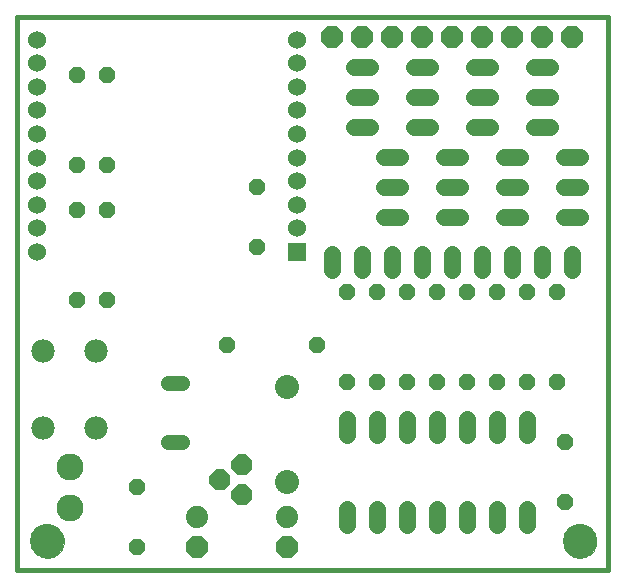
<source format=gts>
G75*
G70*
%OFA0B0*%
%FSLAX24Y24*%
%IPPOS*%
%LPD*%
%AMOC8*
5,1,8,0,0,1.08239X$1,22.5*
%
%ADD10C,0.0160*%
%ADD11C,0.0000*%
%ADD12C,0.1142*%
%ADD13C,0.0560*%
%ADD14OC8,0.0560*%
%ADD15OC8,0.0740*%
%ADD16C,0.0740*%
%ADD17C,0.0516*%
%ADD18OC8,0.0700*%
%ADD19C,0.0800*%
%ADD20C,0.0600*%
%ADD21R,0.0600X0.0600*%
%ADD22C,0.0900*%
%ADD23C,0.0780*%
D10*
X000650Y000650D02*
X020335Y000650D01*
X020335Y019085D01*
X000650Y019085D01*
X000650Y000650D01*
D11*
X001099Y001595D02*
X001101Y001642D01*
X001107Y001688D01*
X001117Y001734D01*
X001130Y001779D01*
X001148Y001822D01*
X001169Y001864D01*
X001193Y001904D01*
X001221Y001941D01*
X001252Y001976D01*
X001286Y002009D01*
X001322Y002038D01*
X001361Y002064D01*
X001402Y002087D01*
X001445Y002106D01*
X001489Y002122D01*
X001534Y002134D01*
X001580Y002142D01*
X001627Y002146D01*
X001673Y002146D01*
X001720Y002142D01*
X001766Y002134D01*
X001811Y002122D01*
X001855Y002106D01*
X001898Y002087D01*
X001939Y002064D01*
X001978Y002038D01*
X002014Y002009D01*
X002048Y001976D01*
X002079Y001941D01*
X002107Y001904D01*
X002131Y001864D01*
X002152Y001822D01*
X002170Y001779D01*
X002183Y001734D01*
X002193Y001688D01*
X002199Y001642D01*
X002201Y001595D01*
X002199Y001548D01*
X002193Y001502D01*
X002183Y001456D01*
X002170Y001411D01*
X002152Y001368D01*
X002131Y001326D01*
X002107Y001286D01*
X002079Y001249D01*
X002048Y001214D01*
X002014Y001181D01*
X001978Y001152D01*
X001939Y001126D01*
X001898Y001103D01*
X001855Y001084D01*
X001811Y001068D01*
X001766Y001056D01*
X001720Y001048D01*
X001673Y001044D01*
X001627Y001044D01*
X001580Y001048D01*
X001534Y001056D01*
X001489Y001068D01*
X001445Y001084D01*
X001402Y001103D01*
X001361Y001126D01*
X001322Y001152D01*
X001286Y001181D01*
X001252Y001214D01*
X001221Y001249D01*
X001193Y001286D01*
X001169Y001326D01*
X001148Y001368D01*
X001130Y001411D01*
X001117Y001456D01*
X001107Y001502D01*
X001101Y001548D01*
X001099Y001595D01*
X018849Y001595D02*
X018851Y001642D01*
X018857Y001688D01*
X018867Y001734D01*
X018880Y001779D01*
X018898Y001822D01*
X018919Y001864D01*
X018943Y001904D01*
X018971Y001941D01*
X019002Y001976D01*
X019036Y002009D01*
X019072Y002038D01*
X019111Y002064D01*
X019152Y002087D01*
X019195Y002106D01*
X019239Y002122D01*
X019284Y002134D01*
X019330Y002142D01*
X019377Y002146D01*
X019423Y002146D01*
X019470Y002142D01*
X019516Y002134D01*
X019561Y002122D01*
X019605Y002106D01*
X019648Y002087D01*
X019689Y002064D01*
X019728Y002038D01*
X019764Y002009D01*
X019798Y001976D01*
X019829Y001941D01*
X019857Y001904D01*
X019881Y001864D01*
X019902Y001822D01*
X019920Y001779D01*
X019933Y001734D01*
X019943Y001688D01*
X019949Y001642D01*
X019951Y001595D01*
X019949Y001548D01*
X019943Y001502D01*
X019933Y001456D01*
X019920Y001411D01*
X019902Y001368D01*
X019881Y001326D01*
X019857Y001286D01*
X019829Y001249D01*
X019798Y001214D01*
X019764Y001181D01*
X019728Y001152D01*
X019689Y001126D01*
X019648Y001103D01*
X019605Y001084D01*
X019561Y001068D01*
X019516Y001056D01*
X019470Y001048D01*
X019423Y001044D01*
X019377Y001044D01*
X019330Y001048D01*
X019284Y001056D01*
X019239Y001068D01*
X019195Y001084D01*
X019152Y001103D01*
X019111Y001126D01*
X019072Y001152D01*
X019036Y001181D01*
X019002Y001214D01*
X018971Y001249D01*
X018943Y001286D01*
X018919Y001326D01*
X018898Y001368D01*
X018880Y001411D01*
X018867Y001456D01*
X018857Y001502D01*
X018851Y001548D01*
X018849Y001595D01*
D12*
X019400Y001595D03*
X001650Y001595D03*
D13*
X011150Y010640D02*
X011150Y011160D01*
X012150Y011160D02*
X012150Y010640D01*
X013150Y010640D02*
X013150Y011160D01*
X014150Y011160D02*
X014150Y010640D01*
X015150Y010640D02*
X015150Y011160D01*
X016150Y011160D02*
X016150Y010640D01*
X017150Y010640D02*
X017150Y011160D01*
X018150Y011160D02*
X018150Y010640D01*
X019150Y010640D02*
X019150Y011160D01*
X019410Y012400D02*
X018890Y012400D01*
X018890Y013400D02*
X019410Y013400D01*
X019410Y014400D02*
X018890Y014400D01*
X018410Y015400D02*
X017890Y015400D01*
X017890Y016400D02*
X018410Y016400D01*
X018410Y017400D02*
X017890Y017400D01*
X016410Y017400D02*
X015890Y017400D01*
X015890Y016400D02*
X016410Y016400D01*
X016410Y015400D02*
X015890Y015400D01*
X015410Y014400D02*
X014890Y014400D01*
X014890Y013400D02*
X015410Y013400D01*
X015410Y012400D02*
X014890Y012400D01*
X013410Y012400D02*
X012890Y012400D01*
X012890Y013400D02*
X013410Y013400D01*
X013410Y014400D02*
X012890Y014400D01*
X012410Y015400D02*
X011890Y015400D01*
X011890Y016400D02*
X012410Y016400D01*
X012410Y017400D02*
X011890Y017400D01*
X013890Y017400D02*
X014410Y017400D01*
X014410Y016400D02*
X013890Y016400D01*
X013890Y015400D02*
X014410Y015400D01*
X016890Y014400D02*
X017410Y014400D01*
X017410Y013400D02*
X016890Y013400D01*
X016890Y012400D02*
X017410Y012400D01*
X017650Y005660D02*
X017650Y005140D01*
X016650Y005140D02*
X016650Y005660D01*
X015650Y005660D02*
X015650Y005140D01*
X014650Y005140D02*
X014650Y005660D01*
X013650Y005660D02*
X013650Y005140D01*
X012650Y005140D02*
X012650Y005660D01*
X011650Y005660D02*
X011650Y005140D01*
X011650Y002660D02*
X011650Y002140D01*
X012650Y002140D02*
X012650Y002660D01*
X013650Y002660D02*
X013650Y002140D01*
X014650Y002140D02*
X014650Y002660D01*
X015650Y002660D02*
X015650Y002140D01*
X016650Y002140D02*
X016650Y002660D01*
X017650Y002660D02*
X017650Y002140D01*
D14*
X018900Y002900D03*
X018900Y004900D03*
X018650Y006900D03*
X017650Y006900D03*
X016650Y006900D03*
X015650Y006900D03*
X014650Y006900D03*
X013650Y006900D03*
X012650Y006900D03*
X011650Y006900D03*
X010650Y008150D03*
X011650Y009900D03*
X012650Y009900D03*
X013650Y009900D03*
X014650Y009900D03*
X015650Y009900D03*
X016650Y009900D03*
X017650Y009900D03*
X018650Y009900D03*
X008650Y011400D03*
X008650Y013400D03*
X003650Y012650D03*
X002650Y012650D03*
X002650Y014150D03*
X003650Y014150D03*
X003650Y017150D03*
X002650Y017150D03*
X002650Y009650D03*
X003650Y009650D03*
X007650Y008150D03*
X004650Y003400D03*
X004650Y001400D03*
D15*
X006650Y001400D03*
X009650Y001400D03*
X011150Y018400D03*
X012150Y018400D03*
X013150Y018400D03*
X014150Y018400D03*
X015150Y018400D03*
X016150Y018400D03*
X017150Y018400D03*
X018150Y018400D03*
X019150Y018400D03*
D16*
X009650Y002400D03*
X006650Y002400D03*
D17*
X006138Y004916D02*
X005662Y004916D01*
X005662Y006884D02*
X006138Y006884D01*
D18*
X008150Y004150D03*
X007400Y003650D03*
X008150Y003150D03*
D19*
X009650Y003575D03*
X009650Y006725D03*
D20*
X009981Y012022D03*
X009981Y012809D03*
X009981Y013597D03*
X009981Y014384D03*
X009981Y015172D03*
X009981Y015959D03*
X009981Y016746D03*
X009981Y017534D03*
X009981Y018321D03*
X001319Y018321D03*
X001319Y017534D03*
X001319Y016746D03*
X001319Y015959D03*
X001319Y015172D03*
X001319Y014384D03*
X001319Y013597D03*
X001319Y012809D03*
X001319Y012022D03*
X001319Y011235D03*
D21*
X009981Y011235D03*
D22*
X002400Y004069D03*
X002400Y002691D03*
D23*
X001510Y005370D03*
X003290Y005370D03*
X003290Y007930D03*
X001510Y007930D03*
M02*

</source>
